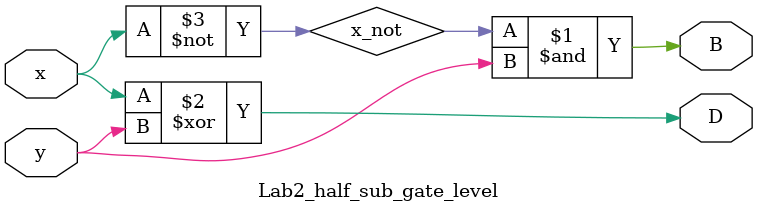
<source format=v>
module Lab2_half_sub_gate_level(output D, B, input x, y);
	
	wire x_not;
	not
		G_not_1(x_not, x);
	and
		G_and_1(B, x_not, y);
	xor
		G_xor_1(D, x, y);

endmodule

</source>
